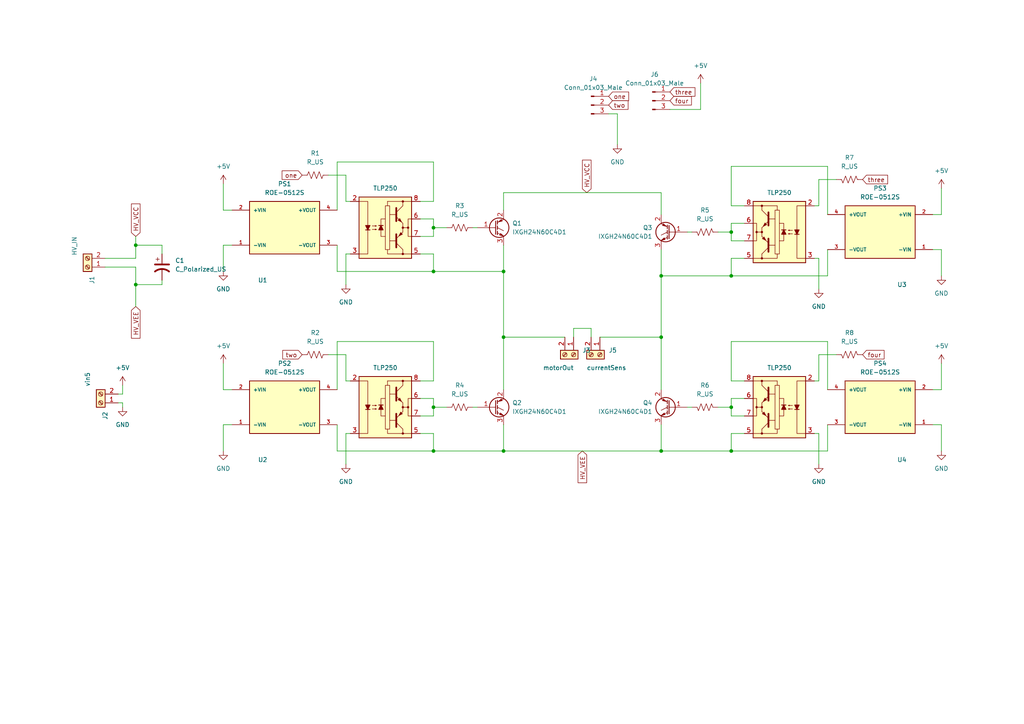
<source format=kicad_sch>
(kicad_sch (version 20211123) (generator eeschema)
  (paper "A4")
  (lib_symbols
    (symbol "Connector:Conn_01x03_Male" (pin_names (offset 1.016) hide)
      (property "Reference" "J" (at 0 5.08 0))
      (property "Value" "Conn_01x03_Male" (at 0 -5.08 0))
      (symbol "Conn_01x03_Male_1_1"
        (polyline (pts (xy 1.27 -2.54) (xy 0.8636 -2.54)) (stroke (width 0.1524)))
        (polyline (pts (xy 1.27 0) (xy 0.8636 0)) (stroke (width 0.1524)))
        (polyline (pts (xy 1.27 2.54) (xy 0.8636 2.54)) (stroke (width 0.1524)))
        (rectangle (start 0.8636 -2.413) (end 0 -2.667) (stroke (width 0.1524)) (fill (type outline)))
        (rectangle (start 0.8636 0.127) (end 0 -0.127) (stroke (width 0.1524)) (fill (type outline)))
        (rectangle (start 0.8636 2.667) (end 0 2.413) (stroke (width 0.1524)) (fill (type outline)))
        (pin passive line (at 5.08 2.54 180) (length 3.81) (name "Pin_1") (number "1"))
        (pin passive line (at 5.08 0 180) (length 3.81) (name "Pin_2") (number "2"))
        (pin passive line (at 5.08 -2.54 180) (length 3.81) (name "Pin_3") (number "3"))
      )
    )
    (symbol "Connector:Screw_Terminal_01x02" (pin_names (offset 1.016) hide)
      (property "Reference" "J" (at 0 2.54 0))
      (property "Value" "Screw_Terminal_01x02" (at 0 -5.08 0))
      (symbol "Screw_Terminal_01x02_1_1"
        (rectangle (start -1.27 1.27) (end 1.27 -3.81) (stroke (width 0.254)) (fill (type background)))
        (circle (center 0 -2.54) (radius 0.635) (stroke (width 0.1524)))
        (polyline (pts (xy -0.5334 -2.2098) (xy 0.3302 -3.048)) (stroke (width 0.1524)))
        (polyline (pts (xy -0.5334 0.3302) (xy 0.3302 -0.508)) (stroke (width 0.1524)))
        (polyline (pts (xy -0.3556 -2.032) (xy 0.508 -2.8702)) (stroke (width 0.1524)))
        (polyline (pts (xy -0.3556 0.508) (xy 0.508 -0.3302)) (stroke (width 0.1524)))
        (circle (center 0 0) (radius 0.635) (stroke (width 0.1524)))
        (pin passive line (at -5.08 0 0) (length 3.81) (name "Pin_1") (number "1"))
        (pin passive line (at -5.08 -2.54 0) (length 3.81) (name "Pin_2") (number "2"))
      )
    )
    (symbol "Device:C_Polarized_US" (pin_numbers hide) (pin_names (offset 0.254) hide)
      (property "Reference" "C" (at 0.635 2.54 0))
      (property "Value" "C_Polarized_US" (at 0.635 -2.54 0))
      (symbol "C_Polarized_US_0_1"
        (polyline (pts (xy -2.032 0.762) (xy 2.032 0.762)) (stroke (width 0.508)))
        (polyline (pts (xy -1.778 2.286) (xy -0.762 2.286)))
        (polyline (pts (xy -1.27 1.778) (xy -1.27 2.794)))
        (arc (start 2.032 -1.27) (mid 0 -0.5572) (end -2.032 -1.27) (stroke (width 0.508)))
      )
      (symbol "C_Polarized_US_1_1"
        (pin passive line (at 0 3.81 270) (length 2.794) (name "~") (number "1"))
        (pin passive line (at 0 -3.81 90) (length 3.302) (name "~") (number "2"))
      )
    )
    (symbol "Device:R_US" (pin_numbers hide) (pin_names (offset 0))
      (property "Reference" "R" (at 2.54 0 90))
      (property "Value" "R_US" (at -2.54 0 90))
      (symbol "R_US_0_1"
        (polyline (pts (xy 0 -2.286) (xy 0 -2.54)))
        (polyline (pts (xy 0 2.286) (xy 0 2.54)))
        (polyline (pts (xy 0 -0.762) (xy 1.016 -1.143) (xy 0 -1.524) (xy -1.016 -1.905) (xy 0 -2.286)))
        (polyline (pts (xy 0 0.762) (xy 1.016 0.381) (xy 0 0) (xy -1.016 -0.381) (xy 0 -0.762)))
        (polyline (pts (xy 0 2.286) (xy 1.016 1.905) (xy 0 1.524) (xy -1.016 1.143) (xy 0 0.762)))
      )
      (symbol "R_US_1_1"
        (pin passive line (at 0 3.81 270) (length 1.27) (name "~") (number "1"))
        (pin passive line (at 0 -3.81 90) (length 1.27) (name "~") (number "2"))
      )
    )
    (symbol "Driver_FET:TLP250" (pin_names hide)
      (property "Reference" "U" (at 0 12.7 0))
      (property "Value" "TLP250" (at 0 10.16 0))
      (symbol "TLP250_0_1"
        (rectangle (start -7.62 8.89) (end 7.62 -8.89) (stroke (width 0.254)) (fill (type background)))
        (polyline (pts (xy -5.715 -0.635) (xy -4.445 -0.635)) (stroke (width 0.254)))
        (polyline (pts (xy -0.635 0.635) (xy -1.905 0.635)) (stroke (width 0.254)))
        (polyline (pts (xy 3.048 -3.81) (xy 1.27 -3.81)))
        (polyline (pts (xy 3.048 3.81) (xy 1.27 3.81)))
        (polyline (pts (xy 3.175 -4.445) (xy 5.08 -6.35)))
        (polyline (pts (xy 3.175 4.445) (xy 5.08 6.35)))
        (polyline (pts (xy 5.08 -6.35) (xy 5.08 -7.62)))
        (polyline (pts (xy 5.08 -1.27) (xy 3.175 -3.175)) (fill (type outline)))
        (polyline (pts (xy 5.08 0) (xy 6.604 0)))
        (polyline (pts (xy 5.08 1.27) (xy 3.175 3.175)) (fill (type outline)))
        (polyline (pts (xy 5.08 6.35) (xy 5.08 7.62)))
        (polyline (pts (xy 7.62 7.62) (xy 0.635 7.62)))
        (polyline (pts (xy -1.27 -0.635) (xy -1.27 -2.54) (xy 0 -2.54)))
        (polyline (pts (xy -1.27 0.635) (xy -1.27 2.54) (xy 0 2.54)))
        (polyline (pts (xy 0.635 -6.35) (xy 0.635 -7.62) (xy 7.62 -7.62)))
        (polyline (pts (xy 3.175 -5.715) (xy 3.175 -1.905) (xy 3.175 -1.905)) (stroke (width 0.508)))
        (polyline (pts (xy 3.175 5.715) (xy 3.175 1.905) (xy 3.175 1.905)) (stroke (width 0.508)))
        (polyline (pts (xy -7.62 7.62) (xy -5.08 7.62) (xy -5.08 -7.62) (xy -7.62 -7.62)))
        (polyline (pts (xy -5.08 -0.635) (xy -5.715 0.635) (xy -4.445 0.635) (xy -5.08 -0.635)) (stroke (width 0.254)) (fill (type outline)))
        (polyline (pts (xy -1.27 0.635) (xy -0.635 -0.635) (xy -1.905 -0.635) (xy -1.27 0.635)) (stroke (width 0.254)) (fill (type outline)))
        (polyline (pts (xy 7.62 2.54) (xy 6.604 2.54) (xy 6.604 -2.54) (xy 7.62 -2.54)))
        (polyline (pts (xy -3.81 -0.508) (xy -2.54 -0.508) (xy -2.921 -0.635) (xy -2.921 -0.381) (xy -2.54 -0.508)))
        (polyline (pts (xy -3.81 0.508) (xy -2.54 0.508) (xy -2.921 0.381) (xy -2.921 0.635) (xy -2.54 0.508)))
        (polyline (pts (xy 1.27 6.35) (xy 1.27 -6.35) (xy 0 -6.35) (xy 0 6.35) (xy 1.27 6.35)))
        (polyline (pts (xy 3.683 2.159) (xy 4.191 2.667) (xy 4.699 1.651) (xy 3.683 2.159) (xy 3.683 2.159)) (fill (type outline)))
        (polyline (pts (xy 4.953 -1.905) (xy 4.445 -1.397) (xy 3.937 -2.413) (xy 4.953 -1.905) (xy 4.953 -1.905)) (fill (type outline)))
        (rectangle (start 0.635 6.35) (end 0.635 6.35))
        (rectangle (start 0.635 6.35) (end 0.635 7.62))
        (circle (center 5.08 -7.62) (radius 0.254) (fill (type outline)))
        (circle (center 5.08 0) (radius 0.254) (fill (type outline)))
        (rectangle (start 5.08 1.27) (end 5.08 -1.27))
        (circle (center 5.08 7.62) (radius 0.254) (fill (type outline)))
        (circle (center 6.604 0) (radius 0.254) (fill (type outline)))
      )
      (symbol "TLP250_1_1"
        (pin no_connect line (at -7.62 2.54 0) (length 2.54) hide (name "NC") (number "1"))
        (pin passive line (at -10.16 7.62 0) (length 2.54) (name "A") (number "2"))
        (pin passive line (at -10.16 -7.62 0) (length 2.54) (name "C") (number "3"))
        (pin no_connect line (at -7.62 -2.54 0) (length 2.54) hide (name "NC") (number "4"))
        (pin power_in line (at 10.16 -7.62 180) (length 2.54) (name "VEE") (number "5"))
        (pin output line (at 10.16 2.54 180) (length 2.54) (name "VO") (number "6"))
        (pin output line (at 10.16 -2.54 180) (length 2.54) (name "VO") (number "7"))
        (pin power_in line (at 10.16 7.62 180) (length 2.54) (name "VCC") (number "8"))
      )
    )
    (symbol "ROE-0512S:ROE-0512S" (pin_names (offset 1.016))
      (property "Reference" "PS" (at -10.1639 8.8979 0))
      (property "Value" "ROE-0512S" (at -10.1614 -10.1627 0))
      (symbol "ROE-0512S_0_0"
        (rectangle (start -10.16 -7.62) (end 10.16 7.62) (stroke (width 0.254)) (fill (type background)))
        (pin input line (at -15.24 -5.08 0) (length 5.08) (name "-VIN") (number "1"))
        (pin input line (at -15.24 5.08 0) (length 5.08) (name "+VIN") (number "2"))
        (pin output line (at 15.24 -5.08 180) (length 5.08) (name "-VOUT") (number "3"))
        (pin output line (at 15.24 5.08 180) (length 5.08) (name "+VOUT") (number "4"))
      )
    )
    (symbol "Transistor_IGBT:IRG4PF50W" (pin_names (offset 0) hide)
      (property "Reference" "Q" (at 5.08 1.905 0))
      (property "Value" "IRG4PF50W" (at 5.08 0 0))
      (symbol "IRG4PF50W_0_1"
        (polyline (pts (xy 0 0) (xy 0.254 0)))
        (polyline (pts (xy 0.762 -1.016) (xy 0.762 -2.032)) (stroke (width 0.254)))
        (polyline (pts (xy 0.762 0.508) (xy 0.762 -0.508)) (stroke (width 0.254)))
        (polyline (pts (xy 0.762 2.032) (xy 0.762 1.016)) (stroke (width 0.254)))
        (polyline (pts (xy 2.54 -2.413) (xy 0.762 -1.524)))
        (polyline (pts (xy 2.54 -0.889) (xy 0.762 0)))
        (polyline (pts (xy 2.54 2.413) (xy 0.762 1.524)))
        (polyline (pts (xy 0.254 1.905) (xy 0.254 -1.905) (xy 0.254 -1.905)) (stroke (width 0.254)))
        (polyline (pts (xy 1.397 -2.159) (xy 1.651 -1.651) (xy 2.54 -2.413) (xy 1.397 -2.159)) (fill (type outline)))
        (polyline (pts (xy 2.159 1.905) (xy 1.905 2.413) (xy 1.016 1.651) (xy 2.159 1.905)) (fill (type outline)))
        (circle (center 1.27 0) (radius 2.8194) (stroke (width 0.254)))
      )
      (symbol "IRG4PF50W_1_1"
        (pin input line (at -5.08 0 0) (length 5.08) (name "G") (number "1"))
        (pin passive line (at 2.54 5.08 270) (length 2.54) (name "C") (number "2"))
        (pin passive line (at 2.54 -5.08 90) (length 2.54) (name "E") (number "3"))
      )
    )
    (symbol "power:+5V" (power) (pin_names (offset 0))
      (property "Value" "+5V" (at 0 3.556 0))
      (symbol "+5V_0_1"
        (polyline (pts (xy -0.762 1.27) (xy 0 2.54)))
        (polyline (pts (xy 0 0) (xy 0 2.54)))
        (polyline (pts (xy 0 2.54) (xy 0.762 1.27)))
      )
      (symbol "+5V_1_1"
        (pin power_in line (at 0 0 90) (length 0) hide (name "+5V") (number "1"))
      )
    )
    (symbol "power:GND" (power) (pin_names (offset 0))
      (property "Value" "GND" (at 0 -3.81 0))
      (symbol "GND_0_1"
        (polyline (pts (xy 0 0) (xy 0 -1.27) (xy 1.27 -1.27) (xy 0 -2.54) (xy -1.27 -1.27) (xy 0 -1.27)))
      )
      (symbol "GND_1_1"
        (pin power_in line (at 0 0 270) (length 0) hide (name "GND") (number "1"))
      )
    )
  )
  (junction (at 191.77 130.81))
  (junction (at 146.05 130.81))
  (junction (at 39.37 71.12))
  (junction (at 146.05 97.79))
  (junction (at 191.77 97.79))
  (junction (at 125.73 66.04))
  (junction (at 212.09 118.11))
  (junction (at 125.73 78.74))
  (junction (at 125.73 118.11))
  (junction (at 191.77 80.01))
  (junction (at 125.73 130.81))
  (junction (at 212.09 130.81))
  (junction (at 212.09 67.31))
  (junction (at 39.37 82.55))
  (junction (at 212.09 80.01))
  (junction (at 146.05 78.74))
  (wire (pts (xy 146.05 78.74) (xy 146.05 97.79)))
  (wire (pts (xy 97.79 71.12) (xy 97.79 78.74)))
  (wire (pts (xy 39.37 77.47) (xy 39.37 82.55)))
  (wire (pts (xy 67.31 71.12) (xy 64.77 71.12)))
  (wire (pts (xy 212.09 64.77) (xy 212.09 67.31)))
  (wire (pts (xy 203.2 31.75) (xy 203.2 24.13)))
  (wire (pts (xy 100.33 125.73) (xy 100.33 134.62)))
  (wire (pts (xy 125.73 63.5) (xy 125.73 66.04)))
  (wire (pts (xy 138.43 118.11) (xy 137.16 118.11)))
  (wire (pts (xy 146.05 130.81) (xy 191.77 130.81)))
  (wire (pts (xy 146.05 55.88) (xy 191.77 55.88)))
  (wire (pts (xy 179.07 33.02) (xy 179.07 41.91)))
  (wire (pts (xy 212.09 99.06) (xy 212.09 110.49)))
  (wire (pts (xy 46.99 81.28) (xy 46.99 82.55)))
  (wire (pts (xy 240.03 113.03) (xy 240.03 99.06)))
  (wire (pts (xy 270.51 123.19) (xy 273.05 123.19)))
  (wire (pts (xy 35.56 114.3) (xy 35.56 111.76)))
  (wire (pts (xy 125.73 99.06) (xy 125.73 110.49)))
  (wire (pts (xy 125.73 115.57) (xy 125.73 118.11)))
  (wire (pts (xy 67.31 60.96) (xy 64.77 60.96)))
  (wire (pts (xy 46.99 73.66) (xy 46.99 71.12)))
  (wire (pts (xy 64.77 113.03) (xy 64.77 105.41)))
  (wire (pts (xy 35.56 116.84) (xy 35.56 118.11)))
  (wire (pts (xy 125.73 78.74) (xy 146.05 78.74)))
  (wire (pts (xy 97.79 130.81) (xy 125.73 130.81)))
  (wire (pts (xy 97.79 78.74) (xy 125.73 78.74)))
  (wire (pts (xy 34.29 116.84) (xy 35.56 116.84)))
  (wire (pts (xy 39.37 82.55) (xy 39.37 88.9)))
  (wire (pts (xy 138.43 66.04) (xy 137.16 66.04)))
  (wire (pts (xy 101.6 73.66) (xy 100.33 73.66)))
  (wire (pts (xy 215.9 64.77) (xy 212.09 64.77)))
  (wire (pts (xy 125.73 130.81) (xy 125.73 125.73)))
  (wire (pts (xy 270.51 62.23) (xy 273.05 62.23)))
  (wire (pts (xy 121.92 115.57) (xy 125.73 115.57)))
  (wire (pts (xy 242.57 102.87) (xy 237.49 102.87)))
  (wire (pts (xy 129.54 66.04) (xy 125.73 66.04)))
  (wire (pts (xy 100.33 102.87) (xy 100.33 110.49)))
  (wire (pts (xy 146.05 71.12) (xy 146.05 78.74)))
  (wire (pts (xy 100.33 50.8) (xy 100.33 58.42)))
  (wire (pts (xy 146.05 97.79) (xy 146.05 113.03)))
  (wire (pts (xy 236.22 125.73) (xy 237.49 125.73)))
  (wire (pts (xy 208.28 118.11) (xy 212.09 118.11)))
  (wire (pts (xy 146.05 123.19) (xy 146.05 130.81)))
  (wire (pts (xy 173.99 97.79) (xy 191.77 97.79)))
  (wire (pts (xy 46.99 71.12) (xy 39.37 71.12)))
  (wire (pts (xy 236.22 74.93) (xy 237.49 74.93)))
  (wire (pts (xy 100.33 73.66) (xy 100.33 82.55)))
  (wire (pts (xy 34.29 114.3) (xy 35.56 114.3)))
  (wire (pts (xy 67.31 113.03) (xy 64.77 113.03)))
  (wire (pts (xy 212.09 48.26) (xy 212.09 59.69)))
  (wire (pts (xy 179.07 33.02) (xy 176.53 33.02)))
  (wire (pts (xy 125.73 125.73) (xy 121.92 125.73)))
  (wire (pts (xy 97.79 123.19) (xy 97.79 130.81)))
  (wire (pts (xy 125.73 73.66) (xy 121.92 73.66)))
  (wire (pts (xy 30.48 77.47) (xy 39.37 77.47)))
  (wire (pts (xy 199.39 67.31) (xy 200.66 67.31)))
  (wire (pts (xy 39.37 68.58) (xy 39.37 71.12)))
  (wire (pts (xy 97.79 99.06) (xy 125.73 99.06)))
  (wire (pts (xy 208.28 67.31) (xy 212.09 67.31)))
  (wire (pts (xy 121.92 68.58) (xy 125.73 68.58)))
  (wire (pts (xy 166.37 95.25) (xy 171.45 95.25)))
  (wire (pts (xy 125.73 68.58) (xy 125.73 66.04)))
  (wire (pts (xy 146.05 130.81) (xy 125.73 130.81)))
  (wire (pts (xy 242.57 52.07) (xy 237.49 52.07)))
  (wire (pts (xy 215.9 120.65) (xy 212.09 120.65)))
  (wire (pts (xy 199.39 118.11) (xy 200.66 118.11)))
  (wire (pts (xy 237.49 74.93) (xy 237.49 83.82)))
  (wire (pts (xy 97.79 60.96) (xy 97.79 46.99)))
  (wire (pts (xy 46.99 82.55) (xy 39.37 82.55)))
  (wire (pts (xy 212.09 74.93) (xy 215.9 74.93)))
  (wire (pts (xy 101.6 125.73) (xy 100.33 125.73)))
  (wire (pts (xy 121.92 58.42) (xy 125.73 58.42)))
  (wire (pts (xy 273.05 113.03) (xy 273.05 105.41)))
  (wire (pts (xy 240.03 123.19) (xy 240.03 130.81)))
  (wire (pts (xy 215.9 59.69) (xy 212.09 59.69)))
  (wire (pts (xy 30.48 74.93) (xy 39.37 74.93)))
  (wire (pts (xy 121.92 63.5) (xy 125.73 63.5)))
  (wire (pts (xy 166.37 97.79) (xy 166.37 95.25)))
  (wire (pts (xy 240.03 72.39) (xy 240.03 80.01)))
  (wire (pts (xy 146.05 60.96) (xy 146.05 55.88)))
  (wire (pts (xy 67.31 123.19) (xy 64.77 123.19)))
  (wire (pts (xy 191.77 55.88) (xy 191.77 62.23)))
  (wire (pts (xy 240.03 130.81) (xy 212.09 130.81)))
  (wire (pts (xy 97.79 46.99) (xy 125.73 46.99)))
  (wire (pts (xy 125.73 46.99) (xy 125.73 58.42)))
  (wire (pts (xy 270.51 113.03) (xy 273.05 113.03)))
  (wire (pts (xy 237.49 110.49) (xy 236.22 110.49)))
  (wire (pts (xy 191.77 97.79) (xy 191.77 113.03)))
  (wire (pts (xy 121.92 110.49) (xy 125.73 110.49)))
  (wire (pts (xy 191.77 72.39) (xy 191.77 80.01)))
  (wire (pts (xy 212.09 125.73) (xy 215.9 125.73)))
  (wire (pts (xy 64.77 123.19) (xy 64.77 130.81)))
  (wire (pts (xy 240.03 99.06) (xy 212.09 99.06)))
  (wire (pts (xy 215.9 69.85) (xy 212.09 69.85)))
  (wire (pts (xy 194.31 31.75) (xy 203.2 31.75)))
  (wire (pts (xy 125.73 78.74) (xy 125.73 73.66)))
  (wire (pts (xy 64.77 60.96) (xy 64.77 53.34)))
  (wire (pts (xy 97.79 113.03) (xy 97.79 99.06)))
  (wire (pts (xy 39.37 71.12) (xy 39.37 74.93)))
  (wire (pts (xy 237.49 125.73) (xy 237.49 134.62)))
  (wire (pts (xy 146.05 97.79) (xy 163.83 97.79)))
  (wire (pts (xy 100.33 110.49) (xy 101.6 110.49)))
  (wire (pts (xy 191.77 130.81) (xy 212.09 130.81)))
  (wire (pts (xy 240.03 80.01) (xy 212.09 80.01)))
  (wire (pts (xy 191.77 123.19) (xy 191.77 130.81)))
  (wire (pts (xy 121.92 120.65) (xy 125.73 120.65)))
  (wire (pts (xy 215.9 115.57) (xy 212.09 115.57)))
  (wire (pts (xy 64.77 71.12) (xy 64.77 78.74)))
  (wire (pts (xy 212.09 69.85) (xy 212.09 67.31)))
  (wire (pts (xy 191.77 80.01) (xy 212.09 80.01)))
  (wire (pts (xy 273.05 123.19) (xy 273.05 130.81)))
  (wire (pts (xy 237.49 102.87) (xy 237.49 110.49)))
  (wire (pts (xy 212.09 130.81) (xy 212.09 125.73)))
  (wire (pts (xy 212.09 120.65) (xy 212.09 118.11)))
  (wire (pts (xy 215.9 110.49) (xy 212.09 110.49)))
  (wire (pts (xy 273.05 62.23) (xy 273.05 54.61)))
  (wire (pts (xy 191.77 80.01) (xy 191.77 97.79)))
  (wire (pts (xy 237.49 59.69) (xy 236.22 59.69)))
  (wire (pts (xy 100.33 58.42) (xy 101.6 58.42)))
  (wire (pts (xy 237.49 52.07) (xy 237.49 59.69)))
  (wire (pts (xy 125.73 120.65) (xy 125.73 118.11)))
  (wire (pts (xy 212.09 80.01) (xy 212.09 74.93)))
  (wire (pts (xy 95.25 50.8) (xy 100.33 50.8)))
  (wire (pts (xy 240.03 62.23) (xy 240.03 48.26)))
  (wire (pts (xy 240.03 48.26) (xy 212.09 48.26)))
  (wire (pts (xy 171.45 95.25) (xy 171.45 97.79)))
  (wire (pts (xy 129.54 118.11) (xy 125.73 118.11)))
  (wire (pts (xy 270.51 72.39) (xy 273.05 72.39)))
  (wire (pts (xy 95.25 102.87) (xy 100.33 102.87)))
  (wire (pts (xy 212.09 115.57) (xy 212.09 118.11)))
  (wire (pts (xy 273.05 72.39) (xy 273.05 80.01)))
  (global_label "three" (shape input) (at 194.31 26.67 0) (property "Intersheet References" "${INTERSHEET_REFS}" (effects hide)))
  (global_label "HV_VCC" (shape input) (at 170.18 55.88 90) (property "Intersheet References" "${INTERSHEET_REFS}" (effects hide)))
  (global_label "HV_VCC" (shape input) (at 39.37 68.58 90) (property "Intersheet References" "${INTERSHEET_REFS}" (effects hide)))
  (global_label "four" (shape input) (at 194.31 29.21 0) (property "Intersheet References" "${INTERSHEET_REFS}" (effects hide)))
  (global_label "one" (shape input) (at 176.53 27.94 0) (property "Intersheet References" "${INTERSHEET_REFS}" (effects hide)))
  (global_label "HV_VEE" (shape input) (at 39.37 88.9 270) (property "Intersheet References" "${INTERSHEET_REFS}" (effects hide)))
  (global_label "two" (shape input) (at 87.63 102.87 180) (property "Intersheet References" "${INTERSHEET_REFS}" (effects hide)))
  (global_label "three" (shape input) (at 250.19 52.07 0) (property "Intersheet References" "${INTERSHEET_REFS}" (effects hide)))
  (global_label "HV_VEE" (shape input) (at 168.91 130.81 270) (property "Intersheet References" "${INTERSHEET_REFS}" (effects hide)))
  (global_label "four" (shape input) (at 250.19 102.87 0) (property "Intersheet References" "${INTERSHEET_REFS}" (effects hide)))
  (global_label "one" (shape input) (at 87.63 50.8 180) (property "Intersheet References" "${INTERSHEET_REFS}" (effects hide)))
  (global_label "two" (shape input) (at 176.53 30.48 0) (property "Intersheet References" "${INTERSHEET_REFS}" (effects hide)))
  (symbol (lib_id "Transistor_IGBT:IRG4PF50W") (at 143.51 66.04 0) (unit 1)
    (property "Reference" "Q1" (at 148.59 64.7699 0) (effects (justify left)))
    (property "Value" "IXGH24N60C4D1" (at 148.59 67.3099 0) (effects (justify left)))
    (property "Footprint" "Package_TO_SOT_THT:TO-247-3_Horizontal_TabUp" (effects hide))
    (property "Datasheet" "http://www.irf.com/product-info/datasheets/data/irg4pf50w.pdf" (effects hide))
  )
  (symbol (lib_id "power:GND") (at 273.05 80.01 0) (mirror y) (unit 1)
    (property "Reference" "#PWR014" (effects hide))
    (property "Value" "GND" (at 273.05 85.09 0))
  )
  (symbol (lib_id "power:GND") (at 64.77 78.74 0) (unit 1)
    (property "Reference" "#PWR04" (effects hide))
    (property "Value" "GND" (at 64.77 83.82 0))
  )
  (symbol (lib_id "Transistor_IGBT:IRG4PF50W") (at 194.31 118.11 0) (mirror y) (unit 1)
    (property "Reference" "Q4" (at 189.23 116.8399 0) (effects (justify left)))
    (property "Value" "IXGH24N60C4D1" (at 189.23 119.3799 0) (effects (justify left)))
    (property "Footprint" "Package_TO_SOT_THT:TO-247-3_Horizontal_TabUp" (effects hide))
    (property "Datasheet" "http://www.irf.com/product-info/datasheets/data/irg4pf50w.pdf" (effects hide))
  )
  (symbol (lib_id "Driver_FET:TLP250") (at 226.06 118.11 0) (mirror y) (unit 1)
    (property "Reference" "U4" (at 261.62 133.35 0))
    (property "Value" "TLP250" (at 226.06 106.68 0))
    (property "Footprint" "Package_DIP:DIP-8_W7.62mm" (effects hide))
    (property "Datasheet" "http://toshiba.semicon-storage.com/info/docget.jsp?did=16821&prodName=TLP250" (effects hide))
  )
  (symbol (lib_id "power:+5V") (at 273.05 54.61 0) (mirror y) (unit 1)
    (property "Reference" "#PWR013" (effects hide))
    (property "Value" "+5V" (at 273.05 49.53 0))
  )
  (symbol (lib_id "Transistor_IGBT:IRG4PF50W") (at 143.51 118.11 0) (unit 1)
    (property "Reference" "Q2" (at 148.59 116.8399 0) (effects (justify left)))
    (property "Value" "IXGH24N60C4D1" (at 148.59 119.3799 0) (effects (justify left)))
    (property "Footprint" "Package_TO_SOT_THT:TO-247-3_Horizontal_TabUp" (effects hide))
    (property "Datasheet" "http://www.irf.com/product-info/datasheets/data/irg4pf50w.pdf" (effects hide))
  )
  (symbol (lib_id "Connector:Screw_Terminal_01x02") (at 166.37 102.87 270) (unit 1)
    (property "Reference" "J3" (at 168.91 101.5999 90) (effects (justify left)))
    (property "Value" "motorOut" (at 157.48 106.68 90) (effects (justify left)))
    (property "Footprint" "TerminalBlock_MetzConnect:TerminalBlock_MetzConnect_Type171_RT13702HBWC_1x02_P7.50mm_Horizontal" (effects hide))
  )
  (symbol (lib_id "power:GND") (at 179.07 41.91 0) (mirror y) (unit 1)
    (property "Reference" "#PWR09" (effects hide))
    (property "Value" "GND" (at 179.07 46.99 0))
  )
  (symbol (lib_id "power:GND") (at 273.05 130.81 0) (mirror y) (unit 1)
    (property "Reference" "#PWR016" (effects hide))
    (property "Value" "GND" (at 273.05 135.89 0))
  )
  (symbol (lib_id "Device:R_US") (at 204.47 118.11 90) (mirror x) (unit 1)
    (property "Reference" "R6" (at 204.47 111.76 90))
    (property "Value" "R_US" (at 204.47 114.3 90))
    (property "Footprint" "Resistor_THT:R_Axial_DIN0204_L3.6mm_D1.6mm_P7.62mm_Horizontal" (effects hide))
  )
  (symbol (lib_id "ROE-0512S:ROE-0512S") (at 82.55 66.04 0) (unit 1)
    (property "Reference" "PS1" (at 82.55 53.34 0))
    (property "Value" "ROE-0512S" (at 82.55 55.88 0))
    (property "Footprint" "Module:roe0512" (effects hide))
    (property "PARTREV" "5" (effects hide))
    (property "MAXIMUM_PACKAGE_HEIGHT" "10.00mm" (effects hide))
    (property "STANDARD" "Manufacturer Recommendations" (effects hide))
    (property "MANUFACTURER" "RECOM" (effects hide))
  )
  (symbol (lib_id "Connector:Screw_Terminal_01x02") (at 173.99 102.87 270) (unit 1)
    (property "Reference" "J5" (at 176.53 101.5999 90) (effects (justify left)))
    (property "Value" "currentSens" (at 170.18 106.68 90) (effects (justify left)))
    (property "Footprint" "TerminalBlock_MetzConnect:TerminalBlock_MetzConnect_Type171_RT13702HBWC_1x02_P7.50mm_Horizontal" (effects hide))
  )
  (symbol (lib_id "Connector:Conn_01x03_Male") (at 189.23 29.21 0) (unit 1)
    (property "Reference" "J6" (at 189.865 21.59 0))
    (property "Value" "Conn_01x03_Male" (at 189.865 24.13 0))
    (property "Footprint" "Connector_PinHeader_2.54mm:PinHeader_1x03_P2.54mm_Vertical" (effects hide))
  )
  (symbol (lib_id "power:GND") (at 237.49 83.82 0) (mirror y) (unit 1)
    (property "Reference" "#PWR011" (effects hide))
    (property "Value" "GND" (at 237.49 88.9 0))
  )
  (symbol (lib_id "ROE-0512S:ROE-0512S") (at 255.27 118.11 0) (mirror y) (unit 1)
    (property "Reference" "PS4" (at 255.27 105.41 0))
    (property "Value" "ROE-0512S" (at 255.27 107.95 0))
    (property "Footprint" "Module:roe0512" (effects hide))
    (property "PARTREV" "5" (effects hide))
    (property "MAXIMUM_PACKAGE_HEIGHT" "10.00mm" (effects hide))
    (property "STANDARD" "Manufacturer Recommendations" (effects hide))
    (property "MANUFACTURER" "RECOM" (effects hide))
  )
  (symbol (lib_id "power:+5V") (at 203.2 24.13 0) (mirror y) (unit 1)
    (property "Reference" "#PWR010" (effects hide))
    (property "Value" "+5V" (at 203.2 19.05 0))
  )
  (symbol (lib_id "Device:C_Polarized_US") (at 46.99 77.47 0) (unit 1)
    (property "Reference" "C1" (at 50.8 75.5649 0) (effects (justify left)))
    (property "Value" "C_Polarized_US" (at 50.8 78.1049 0) (effects (justify left)))
    (property "Footprint" "Capacitor_THT:CP_Radial_D30.0mm_P10.00mm_SnapIn" (effects hide))
  )
  (symbol (lib_id "power:+5V") (at 64.77 53.34 0) (unit 1)
    (property "Reference" "#PWR03" (effects hide))
    (property "Value" "+5V" (at 64.77 48.26 0))
  )
  (symbol (lib_id "Connector:Conn_01x03_Male") (at 171.45 30.48 0) (unit 1)
    (property "Reference" "J4" (at 172.085 22.86 0))
    (property "Value" "Conn_01x03_Male" (at 172.085 25.4 0))
    (property "Footprint" "Connector_PinHeader_2.54mm:PinHeader_1x03_P2.54mm_Vertical" (effects hide))
  )
  (symbol (lib_id "power:GND") (at 100.33 134.62 0) (unit 1)
    (property "Reference" "#PWR08" (effects hide))
    (property "Value" "GND" (at 100.33 139.7 0))
  )
  (symbol (lib_id "power:GND") (at 35.56 118.11 0) (unit 1)
    (property "Reference" "#PWR02" (effects hide))
    (property "Value" "GND" (at 35.56 123.19 0))
  )
  (symbol (lib_id "Device:R_US") (at 91.44 102.87 270) (unit 1)
    (property "Reference" "R2" (at 91.44 96.52 90))
    (property "Value" "R_US" (at 91.44 99.06 90))
    (property "Footprint" "Resistor_THT:R_Axial_DIN0204_L3.6mm_D1.6mm_P7.62mm_Horizontal" (effects hide))
  )
  (symbol (lib_id "Connector:Screw_Terminal_01x02") (at 29.21 116.84 180) (unit 1)
    (property "Reference" "J2" (at 30.4801 119.38 90) (effects (justify left)))
    (property "Value" "vin5" (at 25.4 107.95 90) (effects (justify left)))
    (property "Footprint" "TerminalBlock_MetzConnect:TerminalBlock_MetzConnect_Type171_RT13702HBWC_1x02_P7.50mm_Horizontal" (effects hide))
  )
  (symbol (lib_id "Device:R_US") (at 91.44 50.8 270) (unit 1)
    (property "Reference" "R1" (at 91.44 44.45 90))
    (property "Value" "R_US" (at 91.44 46.99 90))
    (property "Footprint" "Resistor_THT:R_Axial_DIN0204_L3.6mm_D1.6mm_P7.62mm_Horizontal" (effects hide))
  )
  (symbol (lib_id "Device:R_US") (at 246.38 52.07 90) (mirror x) (unit 1)
    (property "Reference" "R7" (at 246.38 45.72 90))
    (property "Value" "R_US" (at 246.38 48.26 90))
    (property "Footprint" "Resistor_THT:R_Axial_DIN0204_L3.6mm_D1.6mm_P7.62mm_Horizontal" (effects hide))
  )
  (symbol (lib_id "Device:R_US") (at 204.47 67.31 90) (mirror x) (unit 1)
    (property "Reference" "R5" (at 204.47 60.96 90))
    (property "Value" "R_US" (at 204.47 63.5 90))
    (property "Footprint" "Resistor_THT:R_Axial_DIN0204_L3.6mm_D1.6mm_P7.62mm_Horizontal" (effects hide))
  )
  (symbol (lib_id "power:+5V") (at 273.05 105.41 0) (mirror y) (unit 1)
    (property "Reference" "#PWR015" (effects hide))
    (property "Value" "+5V" (at 273.05 100.33 0))
  )
  (symbol (lib_id "ROE-0512S:ROE-0512S") (at 82.55 118.11 0) (unit 1)
    (property "Reference" "PS2" (at 82.55 105.41 0))
    (property "Value" "ROE-0512S" (at 82.55 107.95 0))
    (property "Footprint" "Module:roe0512" (effects hide))
    (property "PARTREV" "5" (effects hide))
    (property "MAXIMUM_PACKAGE_HEIGHT" "10.00mm" (effects hide))
    (property "STANDARD" "Manufacturer Recommendations" (effects hide))
    (property "MANUFACTURER" "RECOM" (effects hide))
  )
  (symbol (lib_id "power:GND") (at 237.49 134.62 0) (mirror y) (unit 1)
    (property "Reference" "#PWR012" (effects hide))
    (property "Value" "GND" (at 237.49 139.7 0))
  )
  (symbol (lib_id "power:+5V") (at 35.56 111.76 0) (unit 1)
    (property "Reference" "#PWR01" (effects hide))
    (property "Value" "+5V" (at 35.56 106.68 0))
  )
  (symbol (lib_id "power:+5V") (at 64.77 105.41 0) (unit 1)
    (property "Reference" "#PWR05" (effects hide))
    (property "Value" "+5V" (at 64.77 100.33 0))
  )
  (symbol (lib_id "Device:R_US") (at 133.35 118.11 270) (unit 1)
    (property "Reference" "R4" (at 133.35 111.76 90))
    (property "Value" "R_US" (at 133.35 114.3 90))
    (property "Footprint" "Resistor_THT:R_Axial_DIN0204_L3.6mm_D1.6mm_P7.62mm_Horizontal" (effects hide))
  )
  (symbol (lib_id "Device:R_US") (at 133.35 66.04 270) (unit 1)
    (property "Reference" "R3" (at 133.35 59.69 90))
    (property "Value" "R_US" (at 133.35 62.23 90))
    (property "Footprint" "Resistor_THT:R_Axial_DIN0204_L3.6mm_D1.6mm_P7.62mm_Horizontal" (effects hide))
  )
  (symbol (lib_id "Driver_FET:TLP250") (at 111.76 118.11 0) (unit 1)
    (property "Reference" "U2" (at 76.2 133.35 0))
    (property "Value" "TLP250" (at 111.76 106.68 0))
    (property "Footprint" "Package_DIP:DIP-8_W7.62mm" (effects hide))
    (property "Datasheet" "http://toshiba.semicon-storage.com/info/docget.jsp?did=16821&prodName=TLP250" (effects hide))
  )
  (symbol (lib_id "Connector:Screw_Terminal_01x02") (at 25.4 77.47 180) (unit 1)
    (property "Reference" "J1" (at 26.6701 80.01 90) (effects (justify left)))
    (property "Value" "HV_IN" (at 21.59 68.58 90) (effects (justify left)))
    (property "Footprint" "TerminalBlock_MetzConnect:TerminalBlock_MetzConnect_Type171_RT13702HBWC_1x02_P7.50mm_Horizontal" (effects hide))
  )
  (symbol (lib_id "Device:R_US") (at 246.38 102.87 90) (mirror x) (unit 1)
    (property "Reference" "R8" (at 246.38 96.52 90))
    (property "Value" "R_US" (at 246.38 99.06 90))
    (property "Footprint" "Resistor_THT:R_Axial_DIN0204_L3.6mm_D1.6mm_P7.62mm_Horizontal" (effects hide))
  )
  (symbol (lib_id "Driver_FET:TLP250") (at 111.76 66.04 0) (unit 1)
    (property "Reference" "U1" (at 76.2 81.28 0))
    (property "Value" "TLP250" (at 111.76 54.61 0))
    (property "Footprint" "Package_DIP:DIP-8_W7.62mm" (effects hide))
    (property "Datasheet" "http://toshiba.semicon-storage.com/info/docget.jsp?did=16821&prodName=TLP250" (effects hide))
  )
  (symbol (lib_id "ROE-0512S:ROE-0512S") (at 255.27 67.31 0) (mirror y) (unit 1)
    (property "Reference" "PS3" (at 255.27 54.61 0))
    (property "Value" "ROE-0512S" (at 255.27 57.15 0))
    (property "Footprint" "Module:roe0512" (effects hide))
    (property "PARTREV" "5" (effects hide))
    (property "MAXIMUM_PACKAGE_HEIGHT" "10.00mm" (effects hide))
    (property "STANDARD" "Manufacturer Recommendations" (effects hide))
    (property "MANUFACTURER" "RECOM" (effects hide))
  )
  (symbol (lib_id "Driver_FET:TLP250") (at 226.06 67.31 0) (mirror y) (unit 1)
    (property "Reference" "U3" (at 261.62 82.55 0))
    (property "Value" "TLP250" (at 226.06 55.88 0))
    (property "Footprint" "Package_DIP:DIP-8_W7.62mm" (effects hide))
    (property "Datasheet" "http://toshiba.semicon-storage.com/info/docget.jsp?did=16821&prodName=TLP250" (effects hide))
  )
  (symbol (lib_id "power:GND") (at 64.77 130.81 0) (unit 1)
    (property "Reference" "#PWR06" (effects hide))
    (property "Value" "GND" (at 64.77 135.89 0))
  )
  (symbol (lib_id "power:GND") (at 100.33 82.55 0) (unit 1)
    (property "Reference" "#PWR07" (effects hide))
    (property "Value" "GND" (at 100.33 87.63 0))
  )
  (symbol (lib_id "Transistor_IGBT:IRG4PF50W") (at 194.31 67.31 0) (mirror y) (unit 1)
    (property "Reference" "Q3" (at 189.23 66.0399 0) (effects (justify left)))
    (property "Value" "IXGH24N60C4D1" (at 189.23 68.5799 0) (effects (justify left)))
    (property "Footprint" "Package_TO_SOT_THT:TO-247-3_Horizontal_TabUp" (effects hide))
    (property "Datasheet" "http://www.irf.com/product-info/datasheets/data/irg4pf50w.pdf" (effects hide))
  )
)
</source>
